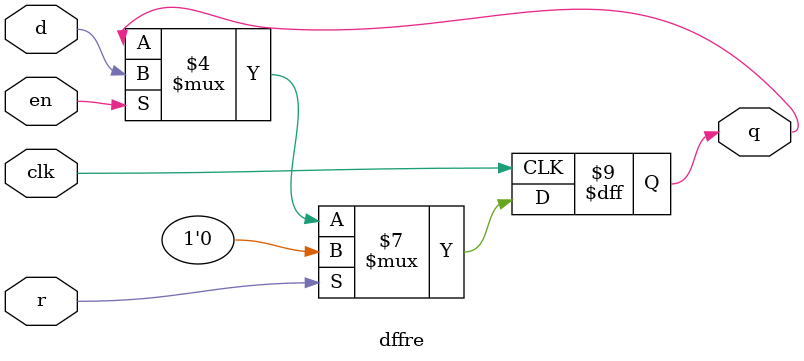
<source format=v>

module dff 
(
d,  
clk, 
q);
parameter WIDTH = 1;
input clk;
input [WIDTH-1:0] d;
output [WIDTH-1:0] q;
reg [WIDTH-1:0] q=0;
always @ (posedge clk) 
q <= d;
endmodule

// dffr: D flip-flop with active high synchronous reset
// Parametrized width; default of 1
module dffr 
(
d, 
r, 
clk, 
q);
parameter WIDTH = 1;
input r;
input clk;
input [WIDTH-1:0] d;
output [WIDTH-1:0] q;
reg [WIDTH-1:0] q=0;
always @ (posedge clk) 
if ( r ) 
q <= {WIDTH{1'b0}};
else
q <= d;
endmodule


// dffre: D flip-flop with active high enable and reset
// Parametrized width; default of 1
module dffre
(
d,
en,
r,
clk,
q
);
parameter WIDTH = 1;
input en;
input r;
input clk;
input [WIDTH-1:0] d;
output [WIDTH-1:0] q;
reg [WIDTH-1:0] q=0;
always @ (posedge clk)
if ( r )
q <= {WIDTH{1'b0}};
else if (en)
q <= d;
else q <= q;
endmodule




</source>
